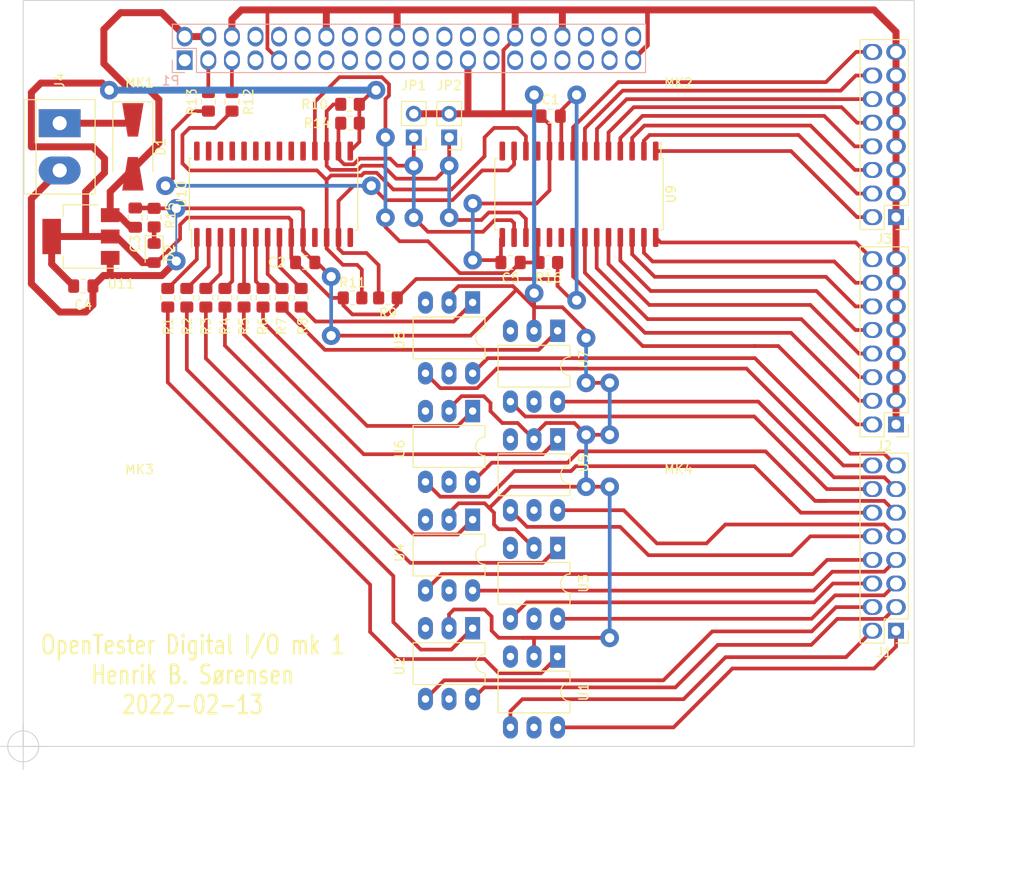
<source format=kicad_pcb>
(kicad_pcb (version 20211014) (generator pcbnew)
  (title_block (date "15 nov 2012"))
  (layers (0 "F.Cu" signal) (31 "B.Cu" signal) (34 "B.Paste" user) (35 "F.Paste" user) (36 "B.SilkS" user "B.Silkscreen") (37 "F.SilkS" user "F.Silkscreen") (38 "B.Mask" user) (39 "F.Mask" user) (44 "Edge.Cuts" user))
  (net 0 "")
  (net 1 "3.3 Volt")
  (net 2 "+5V")
  (net 3 "Ground")
  (net 4 "/ID_SD")
  (net 5 "/ID_SC")
  (net 6 "/GPIO5")
  (net 7 "/GPIO6")
  (net 8 "/GPIO26")
  (net 9 "/GPIO2(SDA1)")
  (net 10 "/GPIO3(SCL1)")
  (net 11 "/GPIO4(GCLK)")
  (net 12 "/GPIO14(TXD0)")
  (net 13 "/GPIO15(RXD0)")
  (net 14 "/GPIO17(GEN0)")
  (net 15 "/GPIO27(GEN2)")
  (net 16 "/GPIO22(GEN3)")
  (net 17 "/GPIO23(GEN4)")
  (net 18 "/GPIO24(GEN5)")
  (net 19 "/GPIO25(GEN6)")
  (net 20 "/GPIO18(GEN1)(PWM0)")
  (net 21 "/GPIO10(SPI0_MOSI)")
  (net 22 "/GPIO9(SPI0_MISO)")
  (net 23 "/GPIO11(SPI0_SCK)")
  (net 24 "/GPIO8(SPI0_CE_N)")
  (net 25 "/GPIO7(SPI1_CE_N)")
  (net 26 "/GPIO12(PWM0)")
  (net 27 "/GPIO13(PWM1)")
  (net 28 "/GPIO19(SPI1_MISO)")
  (net 29 "/GPIO16")
  (net 30 "/GPIO20(SPI1_MOSI)")
  (net 31 "/GPIO21(SPI1_SCK)")
  (net 32 "Net-(D1-Pad1)")
  (net 33 "/PORT_C_0_A")
  (net 34 "/PORT_C_0_B")
  (net 35 "/PORT_C_1_A")
  (net 36 "/PORT_C_1_B")
  (net 37 "/PORT_C_2_A")
  (net 38 "/PORT_C_2_B")
  (net 39 "/PORT_C_3_A")
  (net 40 "/PORT_C_3_B")
  (net 41 "/PORT_C_4_A")
  (net 42 "/PORT_C_4_B")
  (net 43 "/PORT_C_5_A")
  (net 44 "/PORT_C_5_B")
  (net 45 "/PORT_C_6_A")
  (net 46 "/PORT_C_6_B")
  (net 47 "/PORT_C_7_A")
  (net 48 "/PORT_C_7_B")
  (net 49 "/PORT_A0")
  (net 50 "/PORT_A1")
  (net 51 "/PORT_A2")
  (net 52 "/PORT_A3")
  (net 53 "/PORT_A4")
  (net 54 "/PORT_A5")
  (net 55 "/PORT_A6")
  (net 56 "/PORT_A7")
  (net 57 "/PORT_B0")
  (net 58 "/PORT_B1")
  (net 59 "/PORT_B2")
  (net 60 "/PORT_B3")
  (net 61 "/PORT_B4")
  (net 62 "/PORT_B5")
  (net 63 "/PORT_B6")
  (net 64 "/PORT_B7")
  (net 67 "Net-(R1-Pad1)")
  (net 68 "/PORT_C0_R")
  (net 69 "Net-(R2-Pad1)")
  (net 70 "/PORT_C1_R")
  (net 71 "Net-(R3-Pad1)")
  (net 72 "/PORT_C2_R")
  (net 73 "Net-(R4-Pad1)")
  (net 74 "/PORT_C3_R")
  (net 75 "Net-(R5-Pad1)")
  (net 76 "/PORT_C4_R")
  (net 77 "Net-(R6-Pad1)")
  (net 78 "/PORT_C5_R")
  (net 79 "Net-(R7-Pad1)")
  (net 80 "/PORT_C6_R")
  (net 81 "Net-(R8-Pad1)")
  (net 82 "/PORT_C7_R")
  (net 83 "/SDA_R")
  (net 84 "/SCK_R")
  (net 85 "/IO_RESET")
  (net 118 "/A1")
  (net 119 "/A2")
  (net 120 "Net-(D2-Pad1)")
  (footprint "MountingHole:MountingHole_2.7mm_M2.5" (layer "F.Cu") (at 203.5 97.5 180)
    (fp_text reference "MK1")
    (fp_text value "M2.5")
  )
  (footprint "MountingHole:MountingHole_2.7mm_M2.5" (layer "F.Cu") (at 261.5 97.5 180)
    (fp_text reference "MK2")
    (fp_text value "M2.5")
  )
  (footprint "MountingHole:MountingHole_2.7mm_M2.5" (layer "F.Cu") (at 203.5 146.5)
    (fp_text reference "MK3")
    (fp_text value "M2.5")
  )
  (footprint "MountingHole:MountingHole_2.7mm_M2.5" (layer "F.Cu") (at 261.5 146.5)
    (fp_text reference "MK4")
    (fp_text value "M2.5")
  )
  (footprint "Resistor_SMD:R_0805_2012Metric_Pad1.20x1.40mm_HandSolder" (layer "F.Cu") (at 213.462 103.248 90)
    (fp_text reference "R12")
    (fp_text value "31R6" hide)
  )
  (footprint "Package_DIP:DIP-6_W7.62mm_LongPads" (layer "F.Cu") (at 248.499 162.939 -90)
    (fp_text reference "U1")
    (fp_text value "MOC3041M")
  )
  (footprint "Package_DIP:DIP-6_W7.62mm_LongPads" (layer "F.Cu") (at 248.499 139.571 -90)
    (fp_text reference "U5")
    (fp_text value "MOC3041M" hide)
  )
  (footprint "TerminalBlock:TerminalBlock_bornier-2_P5.08mm" (layer "F.Cu") (at 194.92 105.55 -90)
    (fp_text reference "J4")
    (fp_text value "Power" hide)
  )
  (footprint "Package_DIP:DIP-6_W7.62mm_LongPads" (layer "F.Cu") (at 239.355 136.523 -90)
    (fp_text reference "U6")
    (fp_text value "MOC3041M" hide)
  )
  (footprint "Capacitor_SMD:C_0805_2012Metric_Pad1.18x1.45mm_HandSolder" (layer "F.Cu") (at 203.048 115.71 90)
    (fp_text reference "C3")
    (fp_text value "1uF" hide)
  )
  (footprint "Connector_PinHeader_2.54mm:PinHeader_1x02_P2.54mm_Vertical" (layer "F.Cu") (at 233.02 107.074 180)
    (fp_text reference "JP1")
    (fp_text value "Jumper_2_Open" hide)
  )
  (footprint "Package_DIP:DIP-6_W7.62mm_LongPads" (layer "F.Cu") (at 248.499 127.887 -90)
    (fp_text reference "U7")
    (fp_text value "MOC3041M" hide)
  )
  (footprint "Connector_PinHeader_2.54mm:PinHeader_1x02_P2.54mm_Vertical" (layer "F.Cu") (at 236.83 107.079 180)
    (fp_text reference "JP2")
    (fp_text value "Jumper_2_Open" hide)
  )
  (footprint "Resistor_SMD:R_0805_2012Metric_Pad1.20x1.40mm_HandSolder" (layer "F.Cu") (at 206.55 124.33 90)
    (fp_text reference "R1")
    (fp_text value "220")
  )
  (footprint "Resistor_SMD:R_0805_2012Metric_Pad1.20x1.40mm_HandSolder" (layer "F.Cu") (at 230.242 124.346 180)
    (fp_text reference "R9")
    (fp_text value "10K")
  )
  (footprint "Resistor_SMD:R_0805_2012Metric_Pad1.20x1.40mm_HandSolder" (layer "F.Cu") (at 216.8 124.33 90)
    (fp_text reference "R6")
    (fp_text value "220")
  )
  (footprint "Resistor_SMD:R_0805_2012Metric_Pad1.20x1.40mm_HandSolder" (layer "F.Cu") (at 210.922 103.248 90)
    (fp_text reference "R13")
    (fp_text value "31R6" hide)
  )
  (footprint "Package_SO:SOIC-28W_7.5x17.9mm_P1.27mm" (layer "F.Cu") (at 217.9324 113.1954 90)
    (fp_text reference "U10")
    (fp_text value "MCP23017_SO" hide)
  )
  (footprint "Capacitor_SMD:C_0805_2012Metric_Pad1.18x1.45mm_HandSolder" (layer "F.Cu") (at 197.46 123.076)
    (fp_text reference "C4")
    (fp_text value "1uF" hide)
  )
  (footprint "Resistor_SMD:R_0805_2012Metric_Pad1.20x1.40mm_HandSolder" (layer "F.Cu") (at 210.65 124.33 90)
    (fp_text reference "R3")
    (fp_text value "220")
  )
  (footprint "Capacitor_SMD:C_0805_2012Metric_Pad1.18x1.45mm_HandSolder" (layer "F.Cu") (at 221.336 120.536)
    (fp_text reference "C2")
    (fp_text value "100nF" hide)
  )
  (footprint "Package_SO:SOIC-28W_7.5x17.9mm_P1.27mm" (layer "F.Cu") (at 250.8 113.1954 -90)
    (fp_text reference "U9")
    (fp_text value "MCP23017_SO")
  )
  (footprint "Package_DIP:DIP-6_W7.62mm_LongPads" (layer "F.Cu") (at 239.355 124.839 -90)
    (fp_text reference "U8")
    (fp_text value "MOC3041M" hide)
  )
  (footprint "Package_DIP:DIP-6_W7.62mm_LongPads" (layer "F.Cu") (at 239.355 148.207 -90)
    (fp_text reference "U4")
    (fp_text value "MOC3041M")
  )
  (footprint "Resistor_SMD:R_0805_2012Metric_Pad1.20x1.40mm_HandSolder" (layer "F.Cu") (at 205.08 115.71 90)
    (fp_text reference "R15")
    (fp_text value "1K5" hide)
  )
  (footprint "LED_SMD:LED_0805_2012Metric_Pad1.15x1.40mm_HandSolder" (layer "F.Cu") (at 205.08 119.52 -90)
    (fp_text reference "D2")
    (fp_text value "Green" hide)
  )
  (footprint "Connector_PinHeader_2.54mm:PinHeader_2x08_P2.54mm_Vertical" (layer "F.Cu") (at 284.9122 115.6592 180)
    (fp_text reference "J3")
    (fp_text value "Port B")
  )
  (footprint "Package_DIP:DIP-6_W7.62mm_LongPads" (layer "F.Cu") (at 248.499 151.255 -90)
    (fp_text reference "U3")
    (fp_text value "MOC3041M")
  )
  (footprint "Capacitor_SMD:C_0805_2012Metric_Pad1.18x1.45mm_HandSolder" (layer "F.Cu") (at 247.752 104.788 180)
    (fp_text reference "C1")
    (fp_text value "100nF" hide)
  )
  (footprint "Resistor_SMD:R_0805_2012Metric_Pad1.20x1.40mm_HandSolder" (layer "F.Cu") (at 226.432 124.346)
    (fp_text reference "R11")
    (fp_text value "10K")
  )
  (footprint "Connector_PinHeader_2.54mm:PinHeader_2x08_P2.54mm_Vertical" (layer "F.Cu") (at 284.9122 137.9604 180)
    (fp_text reference "J2")
    (fp_text value "Port A")
  )
  (footprint "Package_TO_SOT_SMD:SOT-223-3_TabPin2" (layer "F.Cu") (at 197.206 117.742 180)
    (fp_text reference "U11")
    (fp_text value "LM1117-3.3" hide)
  )
  (footprint "Resistor_SMD:R_0805_2012Metric_Pad1.20x1.40mm_HandSolder" (layer "F.Cu") (at 226.162 103.518 180)
    (fp_text reference "R10")
    (fp_text value "10K" hide)
  )
  (footprint "Connector_PinHeader_2.54mm:PinHeader_2x08_P2.54mm_Vertical" (layer "F.Cu") (at 284.9122 160.16 180)
    (fp_text reference "J1")
    (fp_text value "Open Drain Output")
  )
  (footprint "Package_DIP:DIP-6_W7.62mm_LongPads" (layer "F.Cu") (at 239.355 159.891 -90)
    (fp_text reference "U2")
    (fp_text value "MOC3041M")
  )
  (footprint "Resistor_SMD:R_0805_2012Metric_Pad1.20x1.40mm_HandSolder" (layer "F.Cu") (at 226.162 105.55 180)
    (fp_text reference "R14")
    (fp_text value "10K" hide)
  )
  (footprint "Capacitor_SMD:C_0805_2012Metric_Pad1.18x1.45mm_HandSolder" (layer "F.Cu") (at 243.434 120.536 180)
    (fp_text reference "C5")
    (fp_text value "10nF")
  )
  (footprint "Resistor_SMD:R_0805_2012Metric_Pad1.20x1.40mm_HandSolder" (layer "F.Cu") (at 212.7 124.33 90)
    (fp_text reference "R4")
    (fp_text value "220")
  )
  (footprint "Resistor_SMD:R_0805_2012Metric_Pad1.20x1.40mm_HandSolder" (layer "F.Cu") (at 247.498 120.536 180)
    (fp_text reference "R16")
    (fp_text value "10K")
  )
  (footprint "Resistor_SMD:R_0805_2012Metric_Pad1.20x1.40mm_HandSolder" (layer "F.Cu") (at 208.6 124.33 90)
    (fp_text reference "R2")
    (fp_text value "220")
  )
  (footprint "Resistor_SMD:R_0805_2012Metric_Pad1.20x1.40mm_HandSolder" (layer "F.Cu") (at 214.7574 124.33 90)
    (fp_text reference "R5")
    (fp_text value "220")
  )
  (footprint "Resistor_SMD:R_0805_2012Metric_Pad1.20x1.40mm_HandSolder" (layer "F.Cu") (at 220.9 124.33 90)
    (fp_text reference "R8")
    (fp_text value "220")
  )
  (footprint "Resistor_SMD:R_0805_2012Metric_Pad1.20x1.40mm_HandSolder" (layer "F.Cu") (at 218.85 124.33 90)
    (fp_text reference "R7")
    (fp_text value "220")
  )
  (footprint "Diode_SMD:D_SMA-SMB_Universal_Handsoldering" (layer "F.Cu") (at 202.794 108.09 -90)
    (fp_text reference "D1")
    (fp_text value "SS110-A" hide)
  )
  (footprint "Connector_PinSocket_2.54mm:PinSocket_2x20_P2.54mm_Vertical" (layer "B.Cu") (at 208.37 98.77 -90)
    (fp_text reference "P1")
    (fp_text value "Conn_02x20_Odd_Even")
  )
  (gr_rect (start 286.868 172.606) (end 190.99332 92.342) (layer "Edge.Cuts") (width 0.1) (fill none))
  (gr_text "OpenTester Digital I/O mk 1\nHenrik B. Sørensen\n2022-02-13" (at 209.222 164.905) (layer "F.SilkS") (effects (font (size 2 1.5) (thickness 0.25))))
  (target plus (at 190.997 172.605) (size 5) (width 0.1) (layer "Edge.Cuts"))
  (segment (start 200.356 117.742) (end 201.016 117.742) (width 0.75) (layer "F.Cu") (net 1))
  (segment (start 248.895 108.5454) (end 248.895 104.8935) (width 0.4) (layer "F.Cu") (net 1))
  (segment (start 194.056 117.742) (end 197.714 117.742) (width 0.75) (layer "F.Cu") (net 1))
  (segment (start 248.7895 104.788) (end 248.7895 104.2585) (width 0.4) (layer "F.Cu") (net 1))
  (segment (start 199.492 101.232) (end 192.888 101.232) (width 0.75) (layer "F.Cu") (net 1))
  (segment (start 226.416 126.124) (end 230.226 126.124) (width 0.4) (layer "F.Cu") (net 1))
  (segment (start 207.874 117.996) (end 207.874 116.472) (width 0.4) (layer "F.Cu") (net 1))
  (segment (start 198.476 108.09) (end 199.746 109.36) (width 0.75) (layer "F.Cu") (net 1))
  (segment (start 199.746 109.36) (end 199.746 110.884) (width 0.75) (layer "F.Cu") (net 1))
  (segment (start 219.8374 115.9894) (end 219.8374 117.8454) (width 0.4) (layer "F.Cu") (net 1))
  (segment (start 201.016 117.742) (end 203.819 120.545) (width 0.75) (layer "F.Cu") (net 1))
  (segment (start 197.714 117.742) (end 200.356 117.742) (width 0.75) (layer "F.Cu") (net 1))
  (segment (start 224.1085 124.346) (end 225.432 124.346) (width 0.4) (layer "F.Cu") (net 1))
  (segment (start 220.2985 120.536) (end 224.1085 124.346) (width 0.4) (layer "F.Cu") (net 1))
  (segment (start 225.432 124.346) (end 225.432 125.14) (width 0.4) (layer "F.Cu") (net 1))
  (segment (start 233.274 122.314) (end 248.498 122.314) (width 0.4) (layer "F.Cu") (net 1))
  (segment (start 207.874 116.472) (end 208.636 115.71) (width 0.4) (layer "F.Cu") (net 1))
  (segment (start 191.872 108.09) (end 198.476 108.09) (width 0.75) (layer "F.Cu") (net 1))
  (segment (start 226.1874 108.5454) (end 227.162 107.5708) (width 0.4) (layer "F.Cu") (net 1))
  (segment (start 230.226 126.124) (end 231.242 125.108) (width 0.4) (layer "F.Cu") (net 1))
  (segment (start 192.888 101.232) (end 191.872 102.248) (width 0.75) (layer "F.Cu") (net 1))
  (segment (start 248.498 120.536) (end 248.498 123.06) (width 0.2) (layer "F.Cu") (net 1))
  (segment (start 231.242 125.108) (end 231.242 124.346) (width 0.4) (layer "F.Cu") (net 1))
  (segment (start 250.038 124.6) (end 250.546 124.6) (width 0.2) (layer "F.Cu") (net 1))
  (segment (start 197.714 112.916) (end 197.714 117.742) (width 0.75) (layer "F.Cu") (net 1))
  (segment (start 248.498 123.076) (end 248.498 120.536) (width 0.4) (layer "F.Cu") (net 1))
  (segment (start 228.956 101.994) (end 228.686 101.994) (width 0.4) (layer "F.Cu") (net 1))
  (segment (start 248.895 104.8935) (end 248.7895 104.788) (width 0.2) (layer "F.Cu") (net 1))
  (segment (start 203.819 120.545) (end 205.08 120.545) (width 0.75) (layer "F.Cu") (net 1))
  (segment (start 205.08 120.545) (end 205.325 120.545) (width 0.4) (layer "F.Cu") (net 1))
  (segment (start 227.162 107.5708) (end 227.162 103.518) (width 0.4) (layer "F.Cu") (net 1))
  (segment (start 205.325 120.545) (end 207.874 117.996) (width 0.4) (layer "F.Cu") (net 1))
  (segment (start 199.746 110.884) (end 197.714 112.916) (width 0.75) (layer "F.Cu") (net 1))
  (segment (start 196.4225 123.076) (end 194.056 120.7095) (width 0.75) (layer "F.Cu") (net 1))
  (segment (start 219.8374 120.0749) (end 220.2985 120.536) (width 0.4) (layer "F.Cu") (net 1))
  (segment (start 219.8374 117.8454) (end 219.8374 120.0749) (width 0.4) (layer "F.Cu") (net 1))
  (segment (start 225.432 125.14) (end 226.416 126.124) (width 0.4) (layer "F.Cu") (net 1))
  (segment (start 231.242 124.346) (end 233.274 122.314) (width 0.4) (layer "F.Cu") (net 1))
  (segment (start 219.558 115.71) (end 219.8374 115.9894) (width 0.4) (layer "F.Cu") (net 1))
  (segment (start 248.7895 104.2585) (end 250.546 102.502) (width 0.4) (layer "F.Cu") (net 1))
  (segment (start 228.686 101.994) (end 227.162 103.518) (width 0.4) (layer "F.Cu") (net 1))
  (segment (start 248.498 123.06) (end 250.038 124.6) (width 0.4) (layer "F.Cu") (net 1))
  (segment (start 208.636 115.71) (end 219.558 115.71) (width 0.4) (layer "F.Cu") (net 1))
  (segment (start 248.498 122.314) (end 248.498 123.076) (width 0.4) (layer "F.Cu") (net 1))
  (segment (start 194.056 120.7095) (end 194.056 117.742) (width 0.75) (layer "F.Cu") (net 1))
  (segment (start 200.254 101.994) (end 199.492 101.232) (width 0.75) (layer "F.Cu") (net 1))
  (segment (start 191.872 102.248) (end 191.872 108.09) (width 0.75) (layer "F.Cu") (net 1))
  (via (at 250.546 102.502) (size 2) (drill 1) (layers "F.Cu" "B.Cu") (net 1))
  (via (at 228.956 101.994) (size 2) (drill 1) (layers "F.Cu" "B.Cu") (net 1))
  (via (at 250.546 124.6) (size 2) (drill 1) (layers "F.Cu" "B.Cu") (net 1))
  (via (at 200.254 101.994) (size 2) (drill 1) (layers "F.Cu" "B.Cu") (net 1))
  (segment (start 200.254 101.994) (end 228.956 101.994) (width 0.75) (layer "B.Cu") (net 1))
  (segment (start 250.546 102.502) (end 250.546 124.6) (width 0.4) (layer "B.Cu") (net 1))
  (segment (start 202.5615 116.7475) (end 201.256 115.442) (width 0.75) (layer "F.Cu") (net 2))
  (segment (start 206.858 94.628) (end 206.858 94.718) (width 0.2) (layer "F.Cu") (net 2))
  (segment (start 205.588 107.688) (end 200.356 112.92) (width 0.75) (layer "F.Cu") (net 2))
  (segment (start 205.885 93.655) (end 201.472 93.655) (width 0.75) (layer "F.Cu") (net 2))
  (segment (start 201.472 93.655) (end 199.672 95.455) (width 0.75) (layer "F.Cu") (net 2))
  (segment (start 200.356 112.92) (end 200.356 115.442) (width 0.75) (layer "F.Cu") (net 2))
  (segment (start 203.048 116.7475) (end 202.5615 116.7475) (width 0.75) (layer "F.Cu") (net 2))
  (segment (start 199.672 99.13) (end 202.536 101.994) (width 0.75) (layer "F.Cu") (net 2))
  (segment (start 204.572 101.994) (end 205.588 103.01) (width 0.75) (layer "F.Cu") (net 2))
  (segment (start 206.858 94.628) (end 208.37 96.14) (width 0.75) (layer "F.Cu") (net 2))
  (segment (start 199.672 95.455) (end 199.672 99.13) (width 0.75) (layer "F.Cu") (net 2))
  (segment (start 205.588 103.01) (end 205.588 107.688) (width 0.75) (layer "F.Cu") (net 2))
  (segment (start 208.37 96.23) (end 210.91 96.23) (width 0.75) (layer "F.Cu") (net 2))
  (segment (start 208.37 96.14) (end 208.37 96.23) (width 0.75) (layer "F.Cu") (net 2))
  (segment (start 201.256 115.442) (end 200.356 115.442) (width 0.75) (layer "F.Cu") (net 2))
  (segment (start 206.858 94.628) (end 205.885 93.655) (width 0.75) (layer "F.Cu") (net 2))
  (segment (start 206.858 94.718) (end 208.37 96.23) (width 0.2) (layer "F.Cu") (net 2))
  (segment (start 202.536 101.994) (end 204.572 101.994) (width 0.75) (layer "F.Cu") (net 2))
  (segment (start 245.959 139.571) (end 245.959 139.093) (width 0.4) (layer "F.Cu") (net 3))
  (segment (start 224.13 122.06) (end 222.606 120.536) (width 0.4) (layer "F.Cu") (net 3))
  (segment (start 236.815 159.891) (end 236.815 158.397) (width 0.4) (layer "F.Cu") (net 3))
  (segment (start 199.62975 121.94375) (end 200.21825 121.94375) (width 0.75) (layer "F.Cu") (net 3))
  (segment (start 245.974 123.838) (end 245.974 125.332) (width 0.4) (layer "F.Cu") (net 3))
  (segment (start 249.007 125.347) (end 245.959 125.347) (width 0.4) (layer "F.Cu") (net 3))
  (segment (start 282.55 93.358) (end 284.9122 95.7202) (width 0.75) (layer "F.Cu") (net 3))
  (segment (start 241.402 160.16) (end 242.164 160.922) (width 0.4) (layer "F.Cu") (net 3))
  (segment (start 236.815 124.107) (end 237.846 123.076) (width 0.4) (layer "F.Cu") (net 3))
  (segment (start 245.974 125.332) (end 245.959 125.347) (width 0.2) (layer "F.Cu") (net 3))
  (segment (start 222.606 120.536) (end 222.3735 120.536) (width 0.2) (layer "F.Cu") (net 3))
  (segment (start 245.959 125.347) (end 245.959 127.887) (width 0.4) (layer "F.Cu") (net 3))
  (segment (start 237.846 123.076) (end 243.688 123.076) (width 0.4) (layer "F.Cu") (net 3))
  (segment (start 247.625 112.789) (end 246.228 114.186) (width 0.4) (layer "F.Cu") (net 3))
  (segment (start 237.846 146.444) (end 240.64 146.444) (width 0.4) (layer "F.Cu") (net 3))
  (segment (start 249.022 93.358) (end 258.166 93.358) (width 0.75) (layer "F.Cu") (net 3))
  (segment (start 200.21825 121.94375) (end 200.356 121.806) (width 0.75) (layer "F.Cu") (net 3))
  (segment (start 258.166 97.168) (end 258.166 93.358) (width 0.5) (layer "F.Cu") (net 3))
  (segment (start 243.942 149.238) (end 245.959 151.255) (width 0.4) (layer "F.Cu") (net 3))
  (segment (start 198.4975 123.076) (end 198.4975 125.0865) (width 0.75) (layer "F.Cu") (net 3))
  (segment (start 240.64 146.444) (end 241.148 146.952) (width 0.4) (layer "F.Cu") (net 3))
  (segment (start 245.974 160.922) (end 245.959 160.937) (width 0.4) (layer "F.Cu") (net 3))
  (segment (start 241.656 147.46) (end 241.656 148.73) (width 0.4) (layer "F.Cu") (net 3))
  (segment (start 246.4655 104.539) (end 242.667 104.539) (width 0.5) (layer "F.Cu") (net 3))
  (segment (start 246.4605 104.534) (end 246.7145 104.788) (width 0.2) (layer "F.Cu") (net 3))
  (segment (start 284.9122 95.7202) (end 284.9122 97.8792) (width 0.75) (layer "F.Cu") (net 3))
  (segment (start 191.872 122.822) (end 194.92 125.87) (width 0.75) (layer "F.Cu") (net 3))
  (segment (start 249.01 96.23) (end 249.01 93.37) (width 0.75) (layer "F.Cu") (net 3))
  (segment (start 254.097 160.93) (end 254.089 160.922) (width 0.4) (layer "F.Cu") (net 3))
  (segment (start 242.3965 117.9939) (end 242.545 117.8454) (width 0.2) (layer "F.Cu") (net 3))
  (segment (start 231.23 96.23) (end 231.23 93.37) (width 0.75) (layer "F.Cu") (net 3))
  (segment (start 245.974 102.502) (end 245.974 104.28) (width 0.44) (layer "F.Cu") (net 3))
  (segment (start 236.815 136.263978) (end 238.155489 134.923489) (width 0.4) (layer "F.Cu") (net 3))
  (segment (start 207.466597 120.382597) (end 205.905444 121.94375) (width 0.75) (layer "F.Cu") (net 3))
  (segment (start 221.1074 117.8454) (end 221.1074 119.2699) (width 0.4) (layer "F.Cu") (net 3))
  (segment (start 242.545 137.808) (end 244.196 137.808) (width 0.4) (layer "F.Cu") (net 3))
  (segment (start 256.63 98.77) (end 256.63 98.704) (width 0.2) (layer "F.Cu") (net 3))
  (segment (start 243.93 96.418) (end 243.93 96.23) (width 0.2) (layer "F.Cu") (net 3))
  (segment (start 245.974 104.28) (end 246.228 104.534) (width 0.2) (layer "F.Cu") (net 3))
  (segment (start 191.872 113.678) (end 191.872 122.822) (width 0.75) (layer "F.Cu") (net 3))
  (segment (start 241.275 135.649) (end 241.275 136.538) (width 0.4) (layer "F.Cu") (net 3))
  (segment (start 223.61 96.23) (end 223.61 93.37) (width 0.75) (layer "F.Cu") (net 3))
  (segment (start 242.164 160.922) (end 244.704 160.922) (width 0.4) (layer "F.Cu") (net 3))
  (segment (start 220.828 114.694) (end 221.1074 114.9734) (width 0.4) (layer "F.Cu") (net 3))
  (segment (start 237.338 157.874) (end 240.64 157.874) (width 0.4) (layer "F.Cu") (net 3))
  (segment (start 243.93 93.37) (end 243.942 93.358) (width 0.2) (layer "F.Cu") (net 3))
  (segment (start 247.625 108.5454) (end 247.625 112.789) (width 0.4) (layer "F.Cu") (net 3))
  (segment (start 244.704 160.922) (end 245.974 160.922) (width 0.4) (layer "F.Cu") (net 3))
  (segment (start 244.196 137.808) (end 245.959 139.571) (width 0.4) (layer "F.Cu") (net 3))
  (segment (start 240.549489 134.923489) (end 241.275 135.649) (width 0.4) (layer "F.Cu") (net 3))
  (segment (start 205.0425 114.6725) (end 205.08 114.71) (width 0.2) (layer "F.Cu") (net 3))
  (segment (start 221.1074 114.9734) (end 221.1074 117.8454) (width 0.4) (layer "F.Cu") (net 3))
  (segment (start 236.815 124.839) (end 236.815 124.107) (width 0.4) (layer "F.Cu") (net 3))
  (segment (start 251.562 139.078) (end 254.102 139.078) (width 0.4) (layer "F.Cu") (net 3))
  (segment (start 251.562 127.902) (end 249.007 125.347) (width 0.4) (layer "F.Cu") (net 3))
  (segment (start 247.722 137.808) (end 250.292 137.808) (width 0.4) (layer "F.Cu") (net 3))
  (segment (start 249.01 93.37) (end 249.022 93.358) (width 0.2) (layer "F.Cu") (net 3))
  (segment (start 243.93 96.23) (end 243.93 93.37) (width 0.75) (layer "F.Cu") (net 3))
  (segment (start 245.959 160.937) (end 245.959 162.939) (width 0.4) (layer "F.Cu") (net 3))
  (segment (start 243.688 123.076) (end 244.069 123.457) (width 0.4) (layer "F.Cu") (net 3))
  (segment (start 236.815 158.397) (end 237.338 157.874) (width 0.4) (layer "F.Cu") (net 3))
  (segment (start 236.815 147.475) (end 237.846 146.444) (width 0.4) (layer "F.Cu") (net 3))
  (segment (start 236.815 136.523) (end 236.815 136.263978) (width 0.4) (layer "F.Cu") (net 3))
  (segment (start 236.815 148.207) (end 236.815 147.475) (width 0.4) (layer "F.Cu") (net 3))
  (segment (start 213.45 94.386) (end 214.478 93.358) (width 0.75) (layer "F.Cu") (net 3))
  (segment (start 233.02 104.534) (end 246.228 104.534) (width 0.75) (layer "F.Cu") (net 3))
  (segment (start 241.275 136.538) (end 242.545 137.808) (width 0.4) (layer "F.Cu") (net 3))
  (segment (start 194.92 110.63) (end 191.872 113.678) (width 0.75) (layer "F.Cu") (net 3))
  (segment (start 205.08 114.71) (end 220.828 114.71) (width 0.4) (layer "F.Cu") (net 3))
  (segment (start 256.63 98.704) (end 258.166 97.168) (width 0.5) (layer "F.Cu") (net 3))
  (segment (start 243.942 93.358) (end 249.022 93.358) (width 0.75) (layer "F.Cu") (net 3))
  (segment (start 245.959 139.093) (end 247.244 137.808) (width 0.4) (layer "F.Cu") (net 3))
  (segment (start 241.148 146.952) (end 241.656 147.46) (width 0.4) (layer "F.Cu") (net 3))
  (segment (start 242.667 104.539) (end 242.667 97.681) (width 0.4) (layer "F.Cu") (net 3))
  (segment (start 240.64 157.874) (end 241.402 158.636) (width 0.4) (layer "F.Cu") (net 3))
  (segment (start 250.292 137.808) (end 251.562 139.078) (width 0.4) (layer "F.Cu") (net 3))
  (segment (start 221.1074 119.2699) (end 222.3735 120.536) (width 0.4) (layer "F.Cu") (net 3))
  (segment (start 241.656 148.73) (end 242.164 149.238) (width 0.4) (layer "F.Cu") (net 3))
  (segment (start 242.3965 120.536) (end 242.1425 120.282) (width 0.2) (layer "F.Cu") (net 3))
  (segment (start 242.667 97.681) (end 243.93 96.418) (width 0.4) (layer "F.Cu") (net 3))
  (segment (start 254.102 144.666) (end 243.434 144.666) (width 0.4) (layer "F.Cu") (net 3))
  (segment (start 246.7145 104.788) (end 246.4655 104.539) (width 0.2) (layer "F.Cu") (net 3))
  (segment (start 238.85 104.522) (end 238.85 98.77) (width 0.75) (layer "F.Cu") (net 3))
  (segment (start 223.622 93.358) (end 231.242 93.358) (width 0.75) (layer "F.Cu") (net 3))
  (segment (start 205.905444 121.94375) (end 199.62975 121.94375) (width 0.75) (layer "F.Cu") (net 3))
  (segment (start 218.53 98.77) (end 217.272 97.512) (width 0.4) (layer "F.Cu") (net 3))
  (segment (start 247.244 137.808) (end 247.722 137.808) (width 0.4) (layer "F.Cu") (net 3))
  (segment (start 242.1425 120.282) (end 239.37 120.282) (width 0.4) (layer "F.Cu") (net 3))
  (segment (start 198.4975 123.076) (end 199.62975 121.94375) (width 0.75) (layer "F.Cu") (net 3))
  (segment (start 242.3965 120.536) (end 242.3965 117.9939) (width 0.4) (layer "F.Cu") (net 3))
  (segment (start 246.228 104.534) (end 246.4605 104.534) (width 0.75) (layer "F.Cu") (net 3))
  (segment (start 246.228 114.186) (end 239.37 114.186) (width 0.4) (layer "F.Cu") (net 3))
  (segment (start 194.92 125.87) (end 197.714 125.87) (width 0.75) (layer "F.Cu") (net 3))
  (segment (start 231.242 93.358) (end 243.942 93.358) (width 0.75) (layer "F.Cu") (net 3))
  (segment (start 247.625 105.6985) (end 246.7145 104.788) (width 0.4) (layer "F.Cu") (net 3))
  (segment (start 217.272 97.512) (end 217.272 93.358) (width 0.4) (layer "F.Cu") (net 3))
  (segment (start 251.562 133.49) (end 254.102 133.49) (width 0.4) (layer "F.Cu") (net 3))
  (segment (start 217.272 93.358) (end 223.622 93.358) (width 0.75) (layer "F.Cu") (net 3))
  (segment (start 244.069 123.457) (end 245.959 125.347) (width 0.4) (layer "F.Cu") (net 3))
  (segment (start 213.45 96.23) (end 213.45 94.386) (width 0.75) (layer "F.Cu") (net 3))
  (segment (start 243.434 144.666) (end 241.148 146.952) (width 0.4) (layer "F.Cu") (net 3))
  (segment (start 247.625 108.5454) (end 247.625 105.6985) (width 0.4) (layer "F.Cu") (net 3))
  (segment (start 239.116 128.41) (end 244.069 123.457) (width 0.4) (layer "F.Cu") (net 3))
  (segment (start 238.155489 134.923489) (end 240.549489 134.923489) (width 0.4) (layer "F.Cu") (net 3))
  (segment (start 242.164 149.238) (end 243.942 149.238) (width 0.4) (layer "F.Cu") (net 3))
  (segment (start 200.356 121.806) (end 200.356 120.042) (width 0.75) (layer "F.Cu") (net 3))
  (segment (start 251.562 128.664) (end 251.562 127.902) (width 0.4) (layer "F.Cu") (net 3))
  (segment (start 224.13 128.41) (end 239.116 128.41) (width 0.4) (layer "F.Cu") (net 3))
  (segment (start 231.23 93.37) (end 231.242 93.358) (width 0.2) (layer "F.Cu") (net 3))
  (segment (start 254.089 160.922) (end 244.704 160.922) (width 0.4) (layer "F.Cu") (net 3))
  (segment (start 241.402 158.636) (end 241.402 160.16) (width 0.4) (layer "F.Cu") (net 3))
  (segment (start 258.166 93.358) (end 282.55 93.358) (width 0.75) (layer "F.Cu") (net 3))
  (segment (start 203.048 114.6725) (end 205.0425 114.6725) (width 0.5) (layer "F.Cu") (net 3))
  (segment (start 223.61 93.37) (end 223.622 93.358) (width 0.2) (layer "F.Cu") (net 3))
  (segment (start 284.9122 97.8792) (end 284.9122 137.9604) (width 0.75) (layer "F.Cu") (net 3))
  (segment (start 214.478 93.358) (end 217.272 93.358) (width 0.75) (layer "F.Cu") (net 3))
  (segment (start 197.714 125.87) (end 198.4975 125.0865) (width 0.75) (layer "F.Cu") (net 3))
  (via (at 254.097 160.93) (size 2) (drill 1) (layers "F.Cu" "B.Cu") (net 3))
  (via (at 207.466597 120.382597) (size 2) (drill 1) (layers "F.Cu" "B.Cu") (net 3))
  (via (at 251.562 139.078) (size 2) (drill 1) (layers "F.Cu" "B.Cu") (net 3))
  (via (at 239.37 120.282) (size 2) (drill 1) (layers "F.Cu" "B.Cu") (net 3))
  (via (at 251.562 128.664) (size 2) (drill 1) (layers "F.Cu" "B.Cu") (net 3))
  (via (at 239.37 114.186) (size 2) (drill 1) (layers "F.Cu" "B.Cu") (net 3))
  (via (at 207.466597 114.71) (size 2) (drill 1) (layers "F.Cu" "B.Cu") (net 3))
  (via (at 224.13 128.41) (size 2) (drill 1) (layers "F.Cu" "B.Cu") (net 3))
  (via (at 251.562 133.49) (size 2) (drill 1) (layers "F.Cu" "B.Cu") (net 3))
  (via (at 254.102 139.078) (size 2) (drill 1) (layers "F.Cu" "B.Cu") (net 3))
  (via (at 245.974 123.838) (size 2) (drill 1) (layers "F.Cu" "B.Cu") (net 3))
  (via (at 245.974 102.502) (size 2) (drill 1) (layers "F.Cu" "B.Cu") (net 3))
  (via (at 254.102 144.666) (size 2) (drill 1) (layers "F.Cu" "B.Cu") (net 3))
  (via (at 254.102 133.49) (size 2) (drill 1) (layers "F.Cu" "B.Cu") (net 3))
  (via (at 251.562 144.666) (size 2) (drill 1) (layers "F.Cu" "B.Cu") (net 3))
  (via (at 224.13 122.06) (size 2) (drill 1) (layers "F.Cu" "B.Cu") (net 3))
  (segment (start 254.102 144.666) (end 254.102 160.925) (width 0.4) (layer "B.Cu") (net 3))
  (segment (start 245.974 102.502) (end 245.974 123.838) (width 0.44) (layer "B.Cu") (net 3))
  (segment (start 251.562 128.664) (end 251.562 133.49) (width 0.4) (layer "B.Cu") (net 3))
  (segment (start 224.13 122.06) (end 224.13 128.41) (width 0.4) (layer "B.Cu") (net 3))
  (segment (start 254.102 133.49) (end 254.102 139.078) (width 0.4) (layer "B.Cu") (net 3))
  (segment (start 239.37 114.186) (end 239.37 120.282) (width 0.4) (layer "B.Cu") (net 3))
  (segment (start 207.466597 114.71) (end 207.466597 120.382597) (width 0.2) (layer "B.Cu") (net 3))
  (segment (start 251.562 139.078) (end 251.562 144.666) (width 0.4) (layer "B.Cu") (net 3))
  (segment (start 254.102 160.925) (end 254.097 160.93) (width 0.4) (layer "B.Cu") (net 3))
  (segment (start 210.91 102.236) (end 210.922 102.248) (width 0.2) (layer "F.Cu") (net 9))
  (segment (start 210.91 98.77) (end 210.91 102.236) (width 0.4) (layer "F.Cu") (net 9))
  (segment (start 213.45 98.77) (end 213.45 102.236) (width 0.4) (layer "F.Cu") (net 10))
  (segment (start 213.45 102.236) (end 213.462 102.248) (width 0.2) (layer "F.Cu") (net 10))
  (segment (start 194.92 105.55) (end 201.926 105.55) (width 0.75) (layer "F.Cu") (net 32))
  (segment (start 201.926 105.55) (end 202.286 105.19) (width 0.2) (layer "F.Cu") (net 32))
  (segment (start 282.55 164.224) (end 284.9122 161.8618) (width 0.4) (layer "F.Cu") (net 33))
  (segment (start 248.499 170.559) (end 260.975 170.559) (width 0.4) (layer "F.Cu") (net 33))
  (segment (start 284.9122 161.8618) (end 284.9122 160.16) (width 0.4) (layer "F.Cu") (net 33))
  (segment (start 267.31 164.224) (end 282.55 164.224) (width 0.4) (layer "F.Cu") (net 33))
  (segment (start 260.975 170.559) (end 267.31 164.224) (width 0.4) (layer "F.Cu") (net 33))
  (segment (start 243.419 168.811) (end 244.704 167.526) (width 0.4) (layer "F.Cu") (net 34))
  (segment (start 243.419 170.559) (end 243.419 168.811) (width 0.4) (layer "F.Cu") (net 34))
  (segment (start 279.5272 163.005) (end 282.3722 160.16) (width 0.4) (layer "F.Cu") (net 34))
  (segment (start 266.572 163.005) (end 279.5272 163.005) (width 0.4) (layer "F.Cu") (net 34))
  (segment (start 244.704 167.526) (end 262.051 167.526) (width 0.4) (layer "F.Cu") (net 34))
  (segment (start 262.051 167.526) (end 266.572 163.005) (width 0.4) (layer "F.Cu") (net 34))
  (segment (start 265.743 161.684) (end 275.793 161.684) (width 0.4) (layer "F.Cu") (net 35))
  (segment (start 239.355 167.511) (end 240.61 166.256) (width 0.4) (layer "F.Cu") (net 35))
  (segment (start 240.61 166.256) (end 261.171 166.256) (width 0.4) (layer "F.Cu") (net 35))
  (segment (start 278.587 158.89) (end 283.6422 158.89) (width 0.4) (layer "F.Cu") (net 35))
  (segment (start 283.6422 158.89) (end 284.9122 157.62) (width 0.4) (layer "F.Cu") (net 35))
  (segment (start 261.171 166.256) (end 265.743 161.684) (width 0.4) (layer "F.Cu") (net 35))
  (segment (start 275.793 161.684) (end 278.587 158.89) (width 0.4) (layer "F.Cu") (net 35))
  (segment (start 265.147 160.23) (end 275.847 160.23) (width 0.4) (layer "F.Cu") (net 36))
  (segment (start 234.275 167.511) (end 236.292 165.494) (width 0.4) (layer "F.Cu") (net 36))
  (segment (start 278.457 157.62) (end 282.3722 157.62) (width 0.4) (layer "F.Cu") (net 36))
  (segment (start 275.847 160.23) (end 278.457 157.62) (width 0.4) (layer "F.Cu") (net 36))
  (segment (start 259.883 165.494) (end 265.147 160.23) (width 0.4) (layer "F.Cu") (net 36))
  (segment (start 236.292 165.494) (end 259.883 165.494) (width 0.4) (layer "F.Cu") (net 36))
  (segment (start 283.6422 156.35) (end 284.9122 155.08) (width 0.4) (layer "F.Cu") (net 37))
  (segment (start 248.499 158.875) (end 275.8265 158.875) (width 0.4) (layer "F.Cu") (net 37))
  (segment (start 275.8265 158.875) (end 278.3515 156.35) (width 0.4) (layer "F.Cu") (net 37))
  (segment (start 278.3515 156.35) (end 283.6422 156.35) (width 0.4) (layer "F.Cu") (net 37))
  (segment (start 282.3722 155.08) (end 278.122 155.08) (width 0.4) (layer "F.Cu") (net 38))
  (segment (start 245.189 157.105) (end 243.419 158.875) (width 0.4) (layer "F.Cu") (net 38))
  (segment (start 278.122 155.08) (end 276.097 157.105) (width 0.4) (layer "F.Cu") (net 38))
  (segment (start 276.097 157.105) (end 245.189 157.105) (width 0.4) (layer "F.Cu") (net 38))
  (segment (start 278.054 153.81) (end 283.6422 153.81) (width 0.4) (layer "F.Cu") (net 39))
  (segment (start 276.022 155.842) (end 278.054 153.81) (width 0.4) (layer "F.Cu") (net 39))
  (segment (start 239.37 155.842) (end 276.022 155.842) (width 0.4) (layer "F.Cu") (net 39))
  (segment (start 283.6422 153.81) (end 284.9122 152.54) (width 0.4) (layer "F.Cu") (net 39))
  (segment (start 239.355 155.827) (end 239.37 155.842) (width 0.2) (layer "F.Cu") (net 39))
  (segment (start 234.275 155.827) (end 236.038 154.064) (width 0.4) (layer "F.Cu") (net 40))
  (segment (start 236.038 154.064) (end 275.972 154.064) (width 0.4) (layer "F.Cu") (net 40))
  (segment (start 275.972 154.064) (end 277.496 152.54) (width 0.4) (layer "F.Cu") (net 40))
  (segment (start 277.496 152.54) (end 282.3722 152.54) (width 0.4) (layer "F.Cu") (net 40))
  (segment (start 255.611 147.191) (end 259.182 150.762) (width 0.4) (layer "F.Cu") (net 41))
  (segment (start 248.499 147.191) (end 255.611 147.191) (width 0.4) (layer "F.Cu") (net 41))
  (segment (start 266.548 148.73) (end 283.6422 148.73) (width 0.4) (layer "F.Cu") (net 41))
  (segment (start 283.6422 148.73) (end 284.9122 150) (width 0.4) (layer "F.Cu") (net 41))
  (segment (start 264.516 150.762) (end 266.548 148.73) (width 0.4) (layer "F.Cu") (net 41))
  (segment (start 259.182 150.762) (end 264.516 150.762) (width 0.4) (layer "F.Cu") (net 41))
  (segment (start 275.692 150) (end 282.3722 150) (width 0.4) (layer "F.Cu") (net 42))
  (segment (start 243.419 147.191) (end 245.212 148.984) (width 0.4) (layer "F.Cu") (net 42))
  (segment (start 273.66 152.032) (end 275.692 150) (width 0.4) (layer "F.Cu") (net 42))
  (segment (start 245.212 148.984) (end 255.226 148.984) (width 0.4) (layer "F.Cu") (net 42))
  (segment (start 255.226 148.984) (end 258.274 152.032) (width 0.4) (layer "F.Cu") (net 42))
  (segment (start 258.274 152.032) (end 273.66 152.032) (width 0.4) (layer "F.Cu") (net 42))
  (segment (start 270.866 140.856) (end 250.8 140.856) (width 0.4) (layer "F.Cu") (net 43))
  (segment (start 241.418 142.08) (end 239.355 144.143) (width 0.4) (layer "F.Cu") (net 43))
  (segment (start 250.8 140.856) (end 249.576 142.08) (width 0.4) (layer "F.Cu") (net 43))
  (segment (start 283.6422 146.19) (end 284.9122 147.46) (width 0.4) (layer "F.Cu") (net 43))
  (segment (start 277.47 146.19) (end 276.2 146.19) (width 0.4) (layer "F.Cu") (net 43))
  (segment (start 276.2 146.19) (end 270.866 140.856) (width 0.4) (layer "F.Cu") (net 43))
  (segment (start 249.576 142.08) (end 241.418 142.08) (width 0.4) (layer "F.Cu") (net 43))
  (segment (start 277.47 146.19) (end 276.440978 146.19) (width 0.2) (layer "F.Cu") (net 43))
  (segment (start 276.440978 146.19) (end 283.6422 146.19) (width 0.4) (layer "F.Cu") (net 43))
  (segment (start 241.08748 145.74252) (end 235.87452 145.74252) (width 0.4) (layer "F.Cu") (net 44))
  (segment (start 269.671 142.455) (end 250.471 142.455) (width 0.4) (layer "F.Cu") (net 44))
  (segment (start 243.85048 142.97952) (end 241.08748 145.74252) (width 0.4) (layer "F.Cu") (net 44))
  (segment (start 250.471 142.455) (end 249.94648 142.97952) (width 0.4) (layer "F.Cu") (net 44))
  (segment (start 249.94648 142.97952) (end 243.85048 142.97952) (width 0.4) (layer "F.Cu") (net 44))
  (segment (start 235.87452 145.74252) (end 234.275 144.143) (width 0.4) (layer "F.Cu") (net 44))
  (segment (start 282.3722 147.46) (end 274.676 147.46) (width 0.4) (layer "F.Cu") (net 44))
  (segment (start 274.676 147.46) (end 269.671 142.455) (width 0.4) (layer "F.Cu") (net 44))
  (segment (start 278.232 143.65) (end 283.6422 143.65) (width 0.4) (layer "F.Cu") (net 45))
  (segment (start 270.089 135.507) (end 278.232 143.65) (width 0.4) (layer "F.Cu") (net 45))
  (segment (start 283.6422 143.65) (end 284.9122 144.92) (width 0.4) (layer "F.Cu") (net 45))
  (segment (start 248.499 135.507) (end 270.089 135.507) (width 0.4) (layer "F.Cu") (net 45))
  (segment (start 269.65652 137.10652) (end 245.01852 137.10652) (width 0.4) (layer "F.Cu") (net 46))
  (segment (start 282.3722 144.92) (end 277.47 144.92) (width 0.4) (layer "F.Cu") (net 46))
  (segment (start 245.01852 137.10652) (end 243.419 135.507) (width 0.4) (layer "F.Cu") (net 46))
  (segment (start 277.47 144.92) (end 269.65652 137.10652) (width 0.4) (layer "F.Cu") (net 46))
  (segment (start 240.984 130.83) (end 269.73 130.83) (width 0.4) (layer "F.Cu") (net 47))
  (segment (start 239.355 132.459) (end 240.984 130.83) (width 0.4) (layer "F.Cu") (net 47))
  (segment (start 280.01 141.11) (end 283.6422 141.11) (width 0.4) (layer "F.Cu") (net 47))
  (segment (start 283.6422 141.11) (end 284.9122 142.38) (width 0.4) (layer "F.Cu") (net 47))
  (segment (start 269.73 130.83) (end 280.01 141.11) (width 0.4) (layer "F.Cu") (net 47))
  (segment (start 279.248 142.38) (end 268.823 131.955) (width 0.4) (layer "F.Cu") (net 48))
  (segment (start 282.3722 142.38) (end 279.248 142.38) (width 0.4) (layer "F.Cu") (net 48))
  (segment (start 241.955377 131.955) (end 239.851857 134.05852) (width 0.4) (layer "F.Cu") (net 48))
  (segment (start 235.87452 134.05852) (end 234.275 132.459) (width 0.4) (layer "F.Cu") (net 48))
  (segment (start 239.851857 134.05852) (end 235.87452 134.05852) (width 0.4) (layer "F.Cu") (net 48))
  (segment (start 268.823 131.955) (end 241.955377 131.955) (width 0.4) (layer "F.Cu") (net 48))
  (segment (start 269.597 129.53) (end 272.24 129.53) (width 0.4) (layer "F.Cu") (net 49))
  (segment (start 272.24 129.53) (end 280.6704 137.9604) (width 0.4) (layer "F.Cu") (net 49))
  (segment (start 280.6704 137.9604) (end 282.3722 137.9604) (width 0.4) (layer "F.Cu") (net 49))
  (segment (start 250.165 122.048) (end 250.165 117.8454) (width 0.4) (layer "F.Cu") (net 49))
  (segment (start 269.822 129.53) (end 257.647 129.53) (width 0.4) (layer "F.Cu") (net 49))
  (segment (start 257.647 129.53) (end 250.165 122.048) (width 0.4) (layer "F.Cu") (net 49))
  (segment (start 251.435 121.643) (end 251.435 117.8454) (width 0.4) (layer "F.Cu") (net 50))
  (segment (start 282.3722 135.4204) (end 280.9244 135.4204) (width 0.4) (layer "F.Cu") (net 50))
  (segment (start 273.609 128.105) (end 257.897 128.105) (width 0.4) (layer "F.Cu") (net 50))
  (segment (start 280.9244 135.4204) (end 273.609 128.105) (width 0.4) (layer "F.Cu") (net 50))
  (segment (start 257.897 128.105) (end 251.435 121.643) (width 0.4) (layer "F.Cu") (net 50))
  (segment (start 280.9724 132.8804) (end 274.722 126.63) (width 0.4) (layer "F.Cu") (net 51))
  (segment (start 274.722 126.63) (end 258.197 126.63) (width 0.4) (layer "F.Cu") (net 51))
  (segment (start 258.197 126.63) (end 252.705 121.138) (width 0.4) (layer "F.Cu") (net 51))
  (segment (start 282.3722 132.8804) (end 280.9724 132.8804) (width 0.4) (layer "F.Cu") (net 51))
  (segment (start 252.705 121.138) (end 252.705 117.8454) (width 0.4) (layer "F.Cu") (net 51))
  (segment (start 282.3722 130.3404) (end 280.9244 130.3404) (width 0.4) (layer "F.Cu") (net 52))
  (segment (start 280.9244 130.3404) (end 275.689 125.105) (width 0.4) (layer "F.Cu") (net 52))
  (segment (start 275.689 125.105) (end 258.372 125.105) (width 0.4) (layer "F.Cu") (net 52))
  (segment (start 253.975 120.708) (end 253.975 117.8454) (width 0.4) (layer "F.Cu") (net 52))
  (segment (start 258.372 125.105) (end 253.975 120.708) (width 0.4) (layer "F.Cu") (net 52))
  (segment (start 281.1784 130.3404) (end 282.3722 130.3404) (width 0.4) (layer "F.Cu") (net 52))
  (segment (start 282.3722 127.8004) (end 280.5424 127.8004) (width 0.4) (layer "F.Cu") (net 53))
  (segment (start 276.347 123.605) (end 258.522 123.605) (width 0.4) (layer "F.Cu") (net 53))
  (segment (start 255.245 120.328) (end 255.245 117.8454) (width 0.4) (layer "F.Cu") (net 53))
  (segment (start 258.522 123.605) (end 255.245 120.328) (width 0.4) (layer "F.Cu") (net 53))
  (segment (start 280.5424 127.8004) (end 276.347 123.605) (width 0.4) (layer "F.Cu") (net 53))
  (segment (start 258.948 122.08) (end 277.372 122.08) (width 0.4) (layer "F.Cu") (net 54))
  (segment (start 277.372 122.08) (end 280.5524 125.2604) (width 0.4) (layer "F.Cu") (net 54))
  (segment (start 280.5524 125.2604) (end 282.3722 125.2604) (width 0.4) (layer "F.Cu") (net 54))
  (segment (start 256.515 119.647) (end 258.948 122.08) (width 0.4) (layer "F.Cu") (net 54))
  (segment (start 256.515 117.8454) (end 256.515 119.647) (width 0.4) (layer "F.Cu") (net 54))
  (segment (start 257.785 119.4946) (end 258.7204 120.43) (width 0.4) (layer "F.Cu") (net 55))
  (segment (start 258.7204 120.43) (end 278.272 120.43) (width 0.4) (layer "F.Cu") (net 55))
  (segment (start 257.785 117.8454) (end 257.785 119.4946) (width 0.4) (layer "F.Cu") (net 55))
  (segment (start 280.5624 122.7204) (end 282.3722 122.7204) (width 0.4) (layer "F.Cu") (net 55))
  (segment (start 278.272 120.43) (end 280.5624 122.7204) (width 0.4) (layer "F.Cu") (net 55))
  (segment (start 259.055 117.8454) (end 259.5896 118.38) (width 0.4) (layer "F.Cu") (net 56))
  (segment (start 259.5896 118.38) (end 280.5718 118.38) (width 0.4) (layer "F.Cu") (net 56))
  (segment (start 280.5718 118.38) (end 282.3722 120.1804) (width 0.4) (layer "F.Cu") (net 56))
  (segment (start 259.055 108.5454) (end 273.6074 108.5454) (width 0.4) (layer "F.Cu") (net 57))
  (segment (start 280.7212 115.6592) (end 282.3722 115.6592) (width 0.4) (layer "F.Cu") (net 57))
  (segment (start 273.6074 108.5454) (end 280.7212 115.6592) (width 0.4) (layer "F.Cu") (net 57))
  (segment (start 257.785 108.5454) (end 257.785 107.4296) (width 0.4) (layer "F.Cu") (net 58))
  (segment (start 274.422 106.82) (end 280.7212 113.1192) (width 0.4) (layer "F.Cu") (net 58))
  (segment (start 257.785 107.4296) (end 258.3946 106.82) (width 0.4) (layer "F.Cu") (net 58))
  (segment (start 280.7212 113.1192) (end 282.3722 113.1192) (width 0.4) (layer "F.Cu") (net 58))
  (segment (start 258.3946 106.82) (end 274.422 106.82) (width 0.4) (layer "F.Cu") (net 58))
  (segment (start 257.8358 105.804) (end 275.7174 105.804) (width 0.4) (layer "F.Cu") (net 59))
  (segment (start 256.515 107.1248) (end 257.8358 105.804) (width 0.4) (layer "F.Cu") (net 59))
  (segment (start 256.515 108.5454) (end 256.515 107.1248) (width 0.4) (layer "F.Cu") (net 59))
  (segment (start 280.4926 110.5792) (end 282.3722 110.5792) (width 0.4) (layer "F.Cu") (net 59))
  (segment (start 275.7174 105.804) (end 280.4926 110.5792) (width 0.4) (layer "F.Cu") (net 59))
  (segment (start 255.245 107.1502) (end 257.6326 104.7626) (width 0.4) (layer "F.Cu") (net 60))
  (segment (start 257.6326 104.7626) (end 277.1906 104.7626) (width 0.4) (layer "F.Cu") (net 60))
  (segment (start 277.1906 104.7626) (end 280.4672 108.0392) (width 0.4) (layer "F.Cu") (net 60))
  (segment (start 280.4672 108.0392) (end 282.3722 108.0392) (width 0.4) (layer "F.Cu") (net 60))
  (segment (start 255.245 108.5454) (end 255.245 107.1502) (width 0.4) (layer "F.Cu") (net 60))
  (segment (start 280.7212 105.4992) (end 282.3722 105.4992) (width 0.4) (layer "F.Cu") (net 61))
  (segment (start 253.975 108.5454) (end 253.975 106.5406) (width 0.4) (layer "F.Cu") (net 61))
  (segment (start 279.0448 103.8228) (end 280.7212 105.4992) (width 0.4) (layer "F.Cu") (net 61))
  (segment (start 253.975 106.5406) (end 256.6928 103.8228) (width 0.4) (layer "F.Cu") (net 61))
  (segment (start 256.6928 103.8228) (end 279.0448 103.8228) (width 0.4) (layer "F.Cu") (net 61))
  (segment (start 252.7304 108.129283) (end 252.7304 106.1596) (width 0.4) (layer "F.Cu") (net 62))
  (segment (start 252.705 108.5454) (end 252.705 108.154683) (width 0.2) (layer "F.Cu") (net 62))
  (segment (start 252.7304 106.1596) (end 255.9308 102.9592) (width 0.4) (layer "F.Cu") (net 62))
  (segment (start 255.9308 102.9592) (end 282.3722 102.9592) (width 0.4) (layer "F.Cu") (net 62))
  (segment (start 252.705 108.154683) (end 252.7304 108.129283) (width 0.2) (layer "F.Cu") (net 62))
  (segment (start 278.9572 102.0448) (end 280.5828 100.4192) (width 0.4) (layer "F.Cu") (net 63))
  (segment (start 251.435 106.1088) (end 255.499 102.0448) (width 0.4) (layer "F.Cu") (net 63))
  (segment (start 251.435 108.5454) (end 251.435 106.1088) (width 0.4) (layer "F.Cu") (net 63))
  (segment (start 255.499 102.0448) (end 278.9572 102.0448) (width 0.4) (layer "F.Cu") (net 63))
  (segment (start 280.5828 100.4192) (end 282.3722 100.4192) (width 0.4) (layer "F.Cu") (net 63))
  (segment (start 255.0164 101.1304) (end 277.3716 101.1304) (width 0.4) (layer "F.Cu") (net 64))
  (segment (start 277.3716 101.1304) (end 280.6228 97.8792) (width 0.4) (layer "F.Cu") (net 64))
  (segment (start 250.165 105.9818) (end 255.0164 101.1304) (width 0.4) (layer "F.Cu") (net 64))
  (segment (start 280.6228 97.8792) (end 282.3722 97.8792) (width 0.4) (layer "F.Cu") (net 64))
  (segment (start 250.165 108.5454) (end 250.165 105.9818) (width 0.4) (layer "F.Cu") (net 64))
  (segment (start 246.706 164.732) (end 248.499 162.939) (width 0.4) (layer "F.Cu") (net 67))
  (segment (start 206.55 133.433) (end 228.322 155.205) (width 0.4) (layer "F.Cu") (net 67))
  (segment (start 231.242 163.208) (end 240.64 163.208) (width 0.4) (layer "F.Cu") (net 67))
  (segment (start 242.164 164.732) (end 246.706 164.732) (width 0.4) (layer "F.Cu") (net 67))
  (segment (start 240.64 163.208) (end 242.164 164.732) (width 0.4) (layer "F.Cu") (net 67))
  (segment (start 228.322 155.205) (end 228.322 160.288) (width 0.4) (layer "F.Cu") (net 67))
  (segment (start 206.55 125.33) (end 206.55 133.433) (width 0.4) (layer "F.Cu") (net 67))
  (segment (start 228.322 160.288) (end 231.242 163.208) (width 0.4) (layer "F.Cu") (net 67))
  (segment (start 209.6774 120.2026) (end 209.6774 117.8454) (width 0.4) (layer "F.Cu") (net 68))
  (segment (start 206.55 123.33) (end 209.6774 120.2026) (width 0.4) (layer "F.Cu") (net 68))
  (segment (start 237.054 162.192) (end 239.355 159.891) (width 0.4) (layer "F.Cu") (net 69))
  (segment (start 230.822 159.232) (end 233.782 162.192) (width 0.4) (layer "F.Cu") (net 69))
  (segment (start 208.6 132.058) (end 230.822 154.28) (width 0.4) (layer "F.Cu") (net 69))
  (segment (start 208.6 125.33) (end 208.6 132.058) (width 0.4) (layer "F.Cu") (net 69))
  (segment (start 233.782 162.192) (end 237.054 162.192) (width 0.4) (layer "F.Cu") (net 69))
  (segment (start 230.822 154.28) (end 230.822 159.232) (width 0.4) (layer "F.Cu") (net 69))
  (segment (start 210.9474 120.9826) (end 208.6 123.33) (width 0.4) (layer "F.Cu") (net 70))
  (segment (start 210.9474 117.8454) (end 210.9474 120.9826) (width 0.4) (layer "F.Cu") (net 70))
  (segment (start 210.65 125.33) (end 210.65 130.858) (width 0.4) (layer "F.Cu") (net 71))
  (segment (start 246.89948 152.85452) (end 248.499 151.255) (width 0.4) (layer "F.Cu") (net 71))
  (segment (start 232.64652 152.85452) (end 246.89948 152.85452) (width 0.4) (layer "F.Cu") (net 71))
  (segment (start 210.65 130.858) (end 232.64652 152.85452) (width 0.4) (layer "F.Cu") (net 71))
  (segment (start 212.2174 121.7626) (end 210.65 123.33) (width 0.4) (layer "F.Cu") (net 72))
  (segment (start 212.2174 117.8454) (end 212.2174 121.7626) (width 0.4) (layer "F.Cu") (net 72))
  (segment (start 233.02352 149.80652) (end 237.75548 149.80652) (width 0.4) (layer "F.Cu") (net 73))
  (segment (start 237.75548 149.80652) (end 239.355 148.207) (width 0.4) (layer "F.Cu") (net 73))
  (segment (start 212.7 129.483) (end 233.02352 149.80652) (width 0.4) (layer "F.Cu") (net 73))
  (segment (start 212.7 125.33) (end 212.7 129.483) (width 0.4) (layer "F.Cu") (net 73))
  (segment (start 213.4874 117.8454) (end 213.4874 122.5426) (width 0.4) (layer "F.Cu") (net 74))
  (segment (start 213.4874 122.5426) (end 212.7 123.33) (width 0.4) (layer "F.Cu") (net 74))
  (segment (start 246.89948 141.17052) (end 227.63752 141.17052) (width 0.4) (layer "F.Cu") (net 75))
  (segment (start 248.499 139.571) (end 246.89948 141.17052) (width 0.4) (layer "F.Cu") (net 75))
  (segment (start 214.732 128.265) (end 214.732 125.469806) (width 0.4) (layer "F.Cu") (net 75))
  (segment (start 214.7574 125.33) (end 214.7574 125.444406) (width 0.2) (layer "F.Cu") (net 75))
  (segment (start 227.63752 141.17052) (end 214.732 128.265) (width 0.4) (layer "F.Cu") (net 75))
  (segment (start 214.7574 125.444406) (end 214.732 125.469806) (width 0.2) (layer "F.Cu") (net 75))
  (segment (start 214.7574 117.8454) (end 214.7574 123.33) (width 0.4) (layer "F.Cu") (net 76))
  (segment (start 216.8 125.33) (end 216.8 126.922) (width 0.4) (layer "F.Cu") (net 77))
  (segment (start 228.00052 138.12252) (end 237.75548 138.12252) (width 0.4) (layer "F.Cu") (net 77))
  (segment (start 237.75548 138.12252) (end 239.355 136.523) (width 0.4) (layer "F.Cu") (net 77))
  (segment (start 216.8 126.922) (end 228.00052 138.12252) (width 0.4) (layer "F.Cu") (net 77))
  (segment (start 216.0274 122.5574) (end 216.8 123.33) (width 0.4) (layer "F.Cu") (net 78))
  (segment (start 216.0274 117.8454) (end 216.0274 122.5574) (width 0.4) (layer "F.Cu") (net 78))
  (segment (start 223.454 129.934) (end 246.452 129.934) (width 0.4) (layer "F.Cu") (net 79))
  (segment (start 218.85 125.33) (end 223.454 129.934) (width 0.4) (layer "F.Cu") (net 79))
  (segment (start 246.452 129.934) (end 248.499 127.887) (width 0.4) (layer "F.Cu") (net 79))
  (segment (start 217.2974 121.7774) (end 218.85 123.33) (width 0.4) (layer "F.Cu") (net 80))
  (segment (start 217.2974 117.8454) (end 217.2974 121.7774) (width 0.4) (layer "F.Cu") (net 80))
  (segment (start 237.308 126.886) (end 239.355 124.839) (width 0.4) (layer "F.Cu") (net 81))
  (segment (start 220.9 125.33) (end 222.456 126.886) (width 0.4) (layer "F.Cu") (net 81))
  (segment (start 222.456 126.886) (end 237.308 126.886) (width 0.4) (layer "F.Cu") (net 81))
  (segment (start 218.5674 117.8454) (end 218.5674 120.9974) (width 0.4) (layer "F.Cu") (net 82))
  (segment (start 218.5674 120.9974) (end 220.9 123.33) (width 0.4) (layer "F.Cu") (net 82))
  (segment (start 210.922 104.248) (end 209.176 104.248) (width 0.4) (layer "F.Cu") (net 83))
  (segment (start 243.815 109.995) (end 243.815 108.5454) (width 0.4) (layer "F.Cu") (net 83))
  (segment (start 243.18 110.63) (end 243.815 109.995) (width 0.4) (layer "F.Cu") (net 83))
  (segment (start 225.4 119.52) (end 227.94 119.52) (width 0.4) (layer "F.Cu") (net 83))
  (segment (start 228.448 112.2835) (end 226.5405 112.2835) (width 0.4) (layer "F.Cu") (net 83))
  (segment (start 209.176 104.248) (end 207.112 106.312) (width 0.4) (layer "F.Cu") (net 83))
  (segment (start 224.9174 119.0374) (end 225.4 119.52) (width 0.4) (layer "F.Cu") (net 83))
  (segment (start 237.186 113.83) (end 240.386 110.63) (width 0.4) (layer "F.Cu") (net 83))
  (segment (start 228.448 112.2835) (end 229.9945 113.83) (width 0.4) (layer "F.Cu") (net 83))
  (segment (start 224.9174 117.8454) (end 224.9174 119.0374) (width 0.4) (layer "F.Cu") (net 83))
  (segment (start 227.94 119.52) (end 229.242 120.822) (width 0.4) (layer "F.Cu") (net 83))
  (segment (start 229.242 120.822) (end 229.242 124.346) (width 0.4) (layer "F.Cu") (net 83))
  (segment (start 240.386 110.63) (end 243.18 110.63) (width 0.4) (layer "F.Cu") (net 83))
  (segment (start 226.5405 112.2835) (end 224.9174 113.9066) (width 0.4) (layer "F.Cu") (net 83))
  (segment (start 207.112 106.312) (end 207.112 111.475848) (width 0.4) (layer "F.Cu") (net 83))
  (segment (start 207.112 111.475848) (end 206.304348 112.2835) (width 0.4) (layer "F.Cu") (net 83))
  (segment (start 229.9945 113.83) (end 237.186 113.83) (width 0.4) (layer "F.Cu") (net 83))
  (segment (start 224.9174 113.9066) (end 224.9174 117.8454) (width 0.4) (layer "F.Cu") (net 83))
  (via (at 206.304348 112.2835) (size 2) (drill 1) (layers "F.Cu" "B.Cu") (net 83))
  (via (at 228.448 112.2835) (size 2) (drill 1) (layers "F.Cu" "B.Cu") (net 83))
  (segment (start 206.304348 112.2835) (end 228.448 112.2835) (width 0.4) (layer "B.Cu") (net 83))
  (segment (start 223.6474 111.6714) (end 223.6474 113.9574) (width 0.4) (layer "F.Cu") (net 84))
  (segment (start 244.196 106.058) (end 245.085 106.947) (width 0.4) (layer "F.Cu") (net 84))
  (segment (start 211.652 106.058) (end 208.89 106.058) (width 0.4) (layer "F.Cu") (net 84))
  (segment (start 223.6474 119.0374) (end 225.4 120.79) (width 0.4) (layer "F.Cu") (net 84))
  (segment (start 230.823709 112.68) (end 237.066 112.68) (width 0.4) (layer "F.Cu") (net 84))
  (segment (start 208.128 109.868) (end 208.89 110.63) (width 0.4) (layer "F.Cu") (net 84))
  (segment (start 227.432 121.298) (end 227.432 124.346) (width 0.4) (layer "F.Cu") (net 84))
  (segment (start 227.40104 111.16896) (end 227.686011 110.883989) (width 0.4) (layer "F.Cu") (net 84))
  (segment (start 208.89 110.63) (end 222.606 110.63) (width 0.4) (layer "F.Cu") (net 84))
  (segment (start 223.6474 113.9574) (end 223.6474 117.8454) (width 0.4) (layer "F.Cu") (net 84))
  (segment (start 213.462 104.248) (end 211.652 106.058) (width 0.4) (layer "F.Cu") (net 84))
  (segment (start 225.4 120.79) (end 226.924 120.79) (width 0.4) (layer "F.Cu") (net 84))
  (segment (start 245.085 106.947) (end 245.085 108.5454) (width 0.4) (layer "F.Cu") (net 84))
  (segment (start 241.656 106.058) (end 244.196 106.058) (width 0.4) (layer "F.Cu") (net 84))
  (segment (start 240.64 109.106) (end 240.64 107.074) (width 0.4) (layer "F.Cu") (net 84))
  (segment (start 223.6474 117.8454) (end 223.6474 119.0374) (width 0.4) (layer "F.Cu") (net 84))
  (segment (start 226.924 120.79) (end 227.432 121.298) (width 0.4) (layer "F.Cu") (net 84))
  (segment (start 222.606 110.63) (end 223.6474 111.6714) (width 0.4) (layer "F.Cu") (net 84))
  (segment (start 229.027698 110.883989) (end 230.823709 112.68) (width 0.4) (layer "F.Cu") (net 84))
  (segment (start 237.066 112.68) (end 240.64 109.106) (width 0.4) (layer "F.Cu") (net 84))
  (segment (start 208.89 106.058) (end 208.128 106.82) (width 0.4) (layer "F.Cu") (net 84))
  (segment (start 208.128 106.82) (end 208.128 109.868) (width 0.4) (layer "F.Cu") (net 84))
  (segment (start 223.6474 113.9574) (end 223.6474 111.646) (width 0.2) (layer "F.Cu") (net 84))
  (segment (start 227.686011 110.883989) (end 229.027698 110.883989) (width 0.4) (layer "F.Cu") (net 84))
  (segment (start 224.12444 111.16896) (end 227.40104 111.16896) (width 0.4) (layer "F.Cu") (net 84))
  (segment (start 240.64 107.074) (end 241.656 106.058) (width 0.4) (layer "F.Cu") (net 84))
  (segment (start 223.6474 111.646) (end 224.12444 111.16896) (width 0.4) (layer "F.Cu") (net 84))
  (segment (start 230.355511 102.573698) (end 230.355511 101.361511) (width 0.4) (layer "F.Cu") (net 85))
  (segment (start 229.588489 100.594489) (end 225.021511 100.594489) (width 0.4) (layer "F.Cu") (net 85))
  (segment (start 243.325989 121.681511) (end 244.4715 120.536) (width 0.4) (layer "F.Cu") (net 85))
  (segment (start 231.496 118.25) (end 234.544 118.25) (width 0.4) (layer "F.Cu") (net 85))
  (segment (start 229.972 115.71) (end 229.972 116.726) (width 0.4) (layer "F.Cu") (net 85))
  (segment (start 225.021511 100.594489) (end 222.3774 103.2386) (width 0.4) (layer "F.Cu") (net 85))
  (segment (start 244.4715 120.536) (end 246.498 120.536) (width 0.4) (layer "F.Cu") (net 85))
  (segment (start 229.972 107.074) (end 229.972 102.957209) (width 0.4) (layer "F.Cu") (net 85))
  (segment (start 237.975511 121.681511) (end 243.325989 121.681511) (width 0.4) (layer "F.Cu") (net 85))
  (segment (start 222.3774 103.2386) (end 222.3774 108.5454) (width 0.4) (layer "F.Cu") (net 85))
  (segment (start 234.544 118.25) (end 237.975511 121.681511) (width 0.4) (layer "F.Cu") (net 85))
  (segment (start 229.972 102.957209) (end 230.355511 102.573698) (width 0.4) (layer "F.Cu") (net 85))
  (segment (start 229.972 116.726) (end 231.496 118.25) (width 0.4) (layer "F.Cu") (net 85))
  (segment (start 230.355511 101.361511) (end 229.588489 100.594489) (width 0.4) (layer "F.Cu") (net 85))
  (segment (start 246.355 117.8454) (end 246.355 120.393) (width 0.4) (layer "F.Cu") (net 85))
  (segment (start 246.355 120.393) (end 246.498 120.536) (width 0.2) (layer "F.Cu") (net 85))
  (via (at 229.972 115.71) (size 2) (drill 1) (layers "F.Cu" "B.Cu") (net 85))
  (via (at 229.972 107.074) (size 2) (drill 1) (layers "F.Cu" "B.Cu") (net 85))
  (segment (start 229.972 115.71) (end 229.972 107.074) (width 0.4) (layer "B.Cu") (net 85))
  (segment (start 231.242 110.122) (end 230.48 109.36) (width 0.4) (layer "F.Cu") (net 118))
  (segment (start 233.02 115.71) (end 234.544 117.234) (width 0.4) (layer "F.Cu") (net 118))
  (segment (start 233.02 110.122) (end 232.766 110.122) (width 0.2) (layer "F.Cu") (net 118))
  (segment (start 227.174938 109.36) (end 226.565018 109.96992) (width 0.4) (layer "F.Cu") (net 118))
  (segment (start 230.48 109.36) (end 227.174938 109.36) (width 0.4) (layer "F.Cu") (net 118))
  (segment (start 243.497 115.98) (end 243.815 116.298) (width 0.4) (layer "F.Cu") (net 118))
  (segment (start 240.4685 117.234) (end 241.7225 115.98) (width 0.4) (layer "F.Cu") (net 118))
  (segment (start 226.565018 109.96992) (end 225.52732 109.96992) (width 0.4) (layer "F.Cu") (net 118))
  (segment (start 224.9174 108.5454) (end 224.9174 105.7946) (width 0.4) (layer "F.Cu") (net 118))
  (segment (start 234.544 117.234) (end 240.4685 117.234) (width 0.4) (layer "F.Cu") (net 118))
  (segment (start 232.766 110.122) (end 231.242 110.122) (width 0.4) (layer "F.Cu") (net 118))
  (segment (start 224.9174 105.7946) (end 225.162 105.55) (width 0.2) (layer "F.Cu") (net 118))
  (segment (start 224.9174 109.36) (end 224.9174 108.5454) (width 0.4) (layer "F.Cu") (net 118))
  (segment (start 233.02 107.074) (end 233.02 110.122) (width 0.4) (layer "F.Cu") (net 118))
  (segment (start 225.52732 109.96992) (end 224.9174 109.36) (width 0.4) (layer "F.Cu") (net 118))
  (segment (start 243.815 116.298) (end 243.815 117.8454) (width 0.4) (layer "F.Cu") (net 118))
  (segment (start 241.7225 115.98) (end 243.497 115.98) (width 0.4) (layer "F.Cu") (net 118))
  (via (at 233.02 115.71) (size 2) (drill 1) (layers "F.Cu" "B.Cu") (net 118))
  (via (at 233.02 110.122) (size 2) (drill 1) (layers "F.Cu" "B.Cu") (net 118))
  (segment (start 233.02 110.122) (end 233.02 115.71) (width 0.4) (layer "B.Cu") (net 118))
  (segment (start 236.83 107.079) (end 236.83 110.122) (width 0.4) (layer "F.Cu") (net 119))
  (segment (start 224.384 103.518) (end 225.162 103.518) (width 0.4) (layer "F.Cu") (net 119))
  (segment (start 229.718 110.122) (end 227.432 110.122) (width 0.4) (layer "F.Cu") (net 119))
  (segment (start 223.6474 110.1474) (end 223.6474 108.5454) (width 0.4) (layer "F.Cu") (net 119))
  (segment (start 236.83 110.122) (end 235.430489 111.521511) (width 0.4) (layer "F.Cu") (net 119))
  (segment (start 223.6474 104.2546) (end 224.384 103.518) (width 0.4) (layer "F.Cu") (net 119))
  (segment (start 226.98456 110.56944) (end 224.06944 110.56944) (width 0.4) (layer "F.Cu") (net 119))
  (segment (start 244.403 115.155) (end 245.085 115.837) (width 0.4) (layer "F.Cu") (net 119))
  (segment (start 236.83 115.71) (end 237.084 115.964) (width 0.4) (layer "F.Cu") (net 119))
  (segment (start 235.430489 111.521511) (end 231.117511 111.521511) (width 0.4) (layer "F.Cu") (net 119))
  (segment (start 241.097 115.155) (end 244.403 115.155) (width 0.4) (layer "F.Cu") (net 119))
  (segment (start 224.06944 110.56944) (end 223.6474 110.1474) (width 0.4) (layer "F.Cu") (net 119))
  (segment (start 245.085 115.837) (end 245.085 117.8454) (width 0.4) (layer "F.Cu") (net 119))
  (segment (start 237.084 115.964) (end 240.288 115.964) (width 0.4) (layer "F.Cu") (net 119))
  (segment (start 231.117511 111.521511) (end 229.718 110.122) (width 0.4) (layer "F.Cu") (net 119))
  (segment (start 223.6474 108.5454) (end 223.6474 104.2546) (width 0.4) (layer "F.Cu") (net 119))
  (segment (start 240.288 115.964) (end 241.097 115.155) (width 0.4) (layer "F.Cu") (net 119))
  (segment (start 227.432 110.122) (end 226.98456 110.56944) (width 0.4) (layer "F.Cu") (net 119))
  (via (at 236.83 110.122) (size 2) (drill 1) (layers "F.Cu" "B.Cu") (net 119))
  (via (at 236.83 115.71) (size 2) (drill 1) (layers "F.Cu" "B.Cu") (net 119))
  (segment (start 236.83 110.122) (end 236.83 115.71) (width 0.4) (layer "B.Cu") (net 119))
  (segment (start 205.08 116.71) (end 205.08 118.495) (width 0.5) (layer "F.Cu") (net 120))
)
</source>
